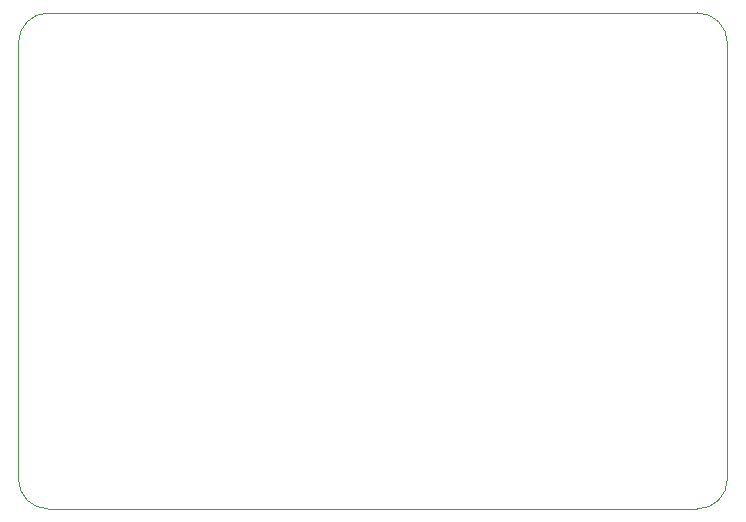
<source format=gbr>
%TF.GenerationSoftware,KiCad,Pcbnew,7.0.1*%
%TF.CreationDate,2024-08-13T13:18:49+02:00*%
%TF.ProjectId,driver_prereg_combined,64726976-6572-45f7-9072-657265675f63,rev?*%
%TF.SameCoordinates,Original*%
%TF.FileFunction,Profile,NP*%
%FSLAX46Y46*%
G04 Gerber Fmt 4.6, Leading zero omitted, Abs format (unit mm)*
G04 Created by KiCad (PCBNEW 7.0.1) date 2024-08-13 13:18:49*
%MOMM*%
%LPD*%
G01*
G04 APERTURE LIST*
%TA.AperFunction,Profile*%
%ADD10C,0.100000*%
%TD*%
G04 APERTURE END LIST*
D10*
X177273949Y-87521051D02*
G75*
G03*
X174733949Y-84981051I-2540049J-49D01*
G01*
X119779051Y-126981949D02*
X174733949Y-126981949D01*
X174733949Y-84981051D02*
X119779051Y-84981051D01*
X117239051Y-87521051D02*
X117239051Y-124441949D01*
X117239051Y-124441949D02*
G75*
G03*
X119779051Y-126981949I2540049J49D01*
G01*
X174733949Y-126981949D02*
G75*
G03*
X177273949Y-124441949I-49J2540049D01*
G01*
X177273949Y-124441949D02*
X177273949Y-87521051D01*
X119779051Y-84981051D02*
G75*
G03*
X117239051Y-87521051I49J-2540049D01*
G01*
M02*

</source>
